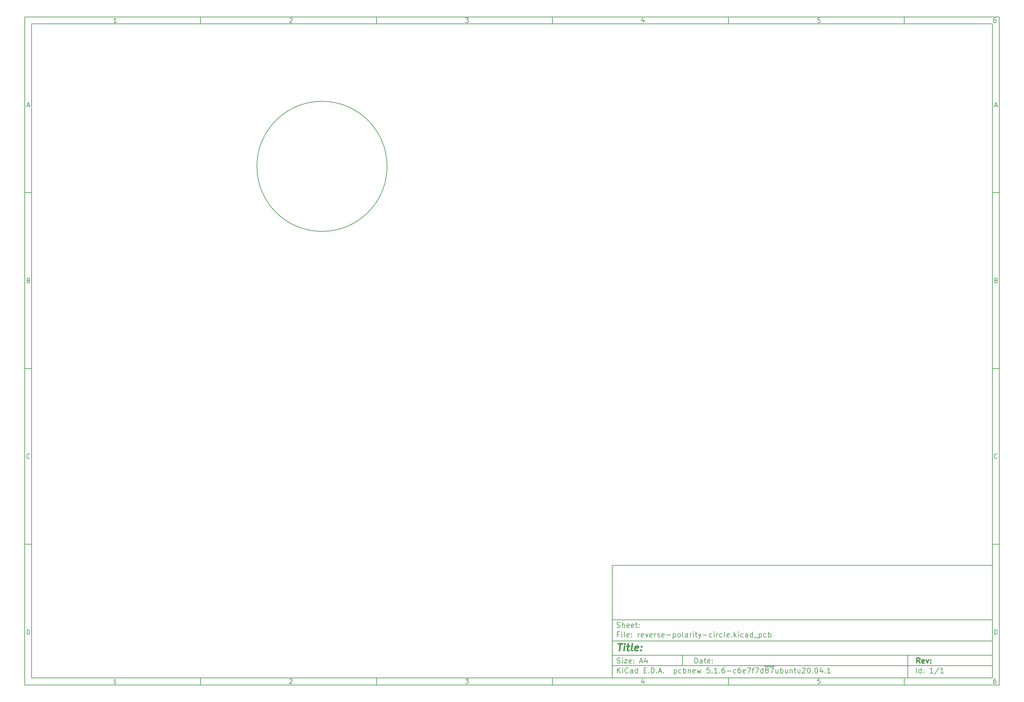
<source format=gbr>
G04 #@! TF.GenerationSoftware,KiCad,Pcbnew,5.1.6-c6e7f7d~87~ubuntu20.04.1*
G04 #@! TF.CreationDate,2020-08-14T09:14:16+02:00*
G04 #@! TF.ProjectId,reverse-polarity-circle,72657665-7273-4652-9d70-6f6c61726974,rev?*
G04 #@! TF.SameCoordinates,Original*
G04 #@! TF.FileFunction,Profile,NP*
%FSLAX46Y46*%
G04 Gerber Fmt 4.6, Leading zero omitted, Abs format (unit mm)*
G04 Created by KiCad (PCBNEW 5.1.6-c6e7f7d~87~ubuntu20.04.1) date 2020-08-14 09:14:16*
%MOMM*%
%LPD*%
G01*
G04 APERTURE LIST*
%ADD10C,0.100000*%
%ADD11C,0.150000*%
%ADD12C,0.300000*%
%ADD13C,0.400000*%
G04 #@! TA.AperFunction,Profile*
%ADD14C,0.200000*%
G04 #@! TD*
G04 APERTURE END LIST*
D10*
D11*
X177002200Y-166007200D02*
X177002200Y-198007200D01*
X285002200Y-198007200D01*
X285002200Y-166007200D01*
X177002200Y-166007200D01*
D10*
D11*
X10000000Y-10000000D02*
X10000000Y-200007200D01*
X287002200Y-200007200D01*
X287002200Y-10000000D01*
X10000000Y-10000000D01*
D10*
D11*
X12000000Y-12000000D02*
X12000000Y-198007200D01*
X285002200Y-198007200D01*
X285002200Y-12000000D01*
X12000000Y-12000000D01*
D10*
D11*
X60000000Y-12000000D02*
X60000000Y-10000000D01*
D10*
D11*
X110000000Y-12000000D02*
X110000000Y-10000000D01*
D10*
D11*
X160000000Y-12000000D02*
X160000000Y-10000000D01*
D10*
D11*
X210000000Y-12000000D02*
X210000000Y-10000000D01*
D10*
D11*
X260000000Y-12000000D02*
X260000000Y-10000000D01*
D10*
D11*
X36065476Y-11588095D02*
X35322619Y-11588095D01*
X35694047Y-11588095D02*
X35694047Y-10288095D01*
X35570238Y-10473809D01*
X35446428Y-10597619D01*
X35322619Y-10659523D01*
D10*
D11*
X85322619Y-10411904D02*
X85384523Y-10350000D01*
X85508333Y-10288095D01*
X85817857Y-10288095D01*
X85941666Y-10350000D01*
X86003571Y-10411904D01*
X86065476Y-10535714D01*
X86065476Y-10659523D01*
X86003571Y-10845238D01*
X85260714Y-11588095D01*
X86065476Y-11588095D01*
D10*
D11*
X135260714Y-10288095D02*
X136065476Y-10288095D01*
X135632142Y-10783333D01*
X135817857Y-10783333D01*
X135941666Y-10845238D01*
X136003571Y-10907142D01*
X136065476Y-11030952D01*
X136065476Y-11340476D01*
X136003571Y-11464285D01*
X135941666Y-11526190D01*
X135817857Y-11588095D01*
X135446428Y-11588095D01*
X135322619Y-11526190D01*
X135260714Y-11464285D01*
D10*
D11*
X185941666Y-10721428D02*
X185941666Y-11588095D01*
X185632142Y-10226190D02*
X185322619Y-11154761D01*
X186127380Y-11154761D01*
D10*
D11*
X236003571Y-10288095D02*
X235384523Y-10288095D01*
X235322619Y-10907142D01*
X235384523Y-10845238D01*
X235508333Y-10783333D01*
X235817857Y-10783333D01*
X235941666Y-10845238D01*
X236003571Y-10907142D01*
X236065476Y-11030952D01*
X236065476Y-11340476D01*
X236003571Y-11464285D01*
X235941666Y-11526190D01*
X235817857Y-11588095D01*
X235508333Y-11588095D01*
X235384523Y-11526190D01*
X235322619Y-11464285D01*
D10*
D11*
X285941666Y-10288095D02*
X285694047Y-10288095D01*
X285570238Y-10350000D01*
X285508333Y-10411904D01*
X285384523Y-10597619D01*
X285322619Y-10845238D01*
X285322619Y-11340476D01*
X285384523Y-11464285D01*
X285446428Y-11526190D01*
X285570238Y-11588095D01*
X285817857Y-11588095D01*
X285941666Y-11526190D01*
X286003571Y-11464285D01*
X286065476Y-11340476D01*
X286065476Y-11030952D01*
X286003571Y-10907142D01*
X285941666Y-10845238D01*
X285817857Y-10783333D01*
X285570238Y-10783333D01*
X285446428Y-10845238D01*
X285384523Y-10907142D01*
X285322619Y-11030952D01*
D10*
D11*
X60000000Y-198007200D02*
X60000000Y-200007200D01*
D10*
D11*
X110000000Y-198007200D02*
X110000000Y-200007200D01*
D10*
D11*
X160000000Y-198007200D02*
X160000000Y-200007200D01*
D10*
D11*
X210000000Y-198007200D02*
X210000000Y-200007200D01*
D10*
D11*
X260000000Y-198007200D02*
X260000000Y-200007200D01*
D10*
D11*
X36065476Y-199595295D02*
X35322619Y-199595295D01*
X35694047Y-199595295D02*
X35694047Y-198295295D01*
X35570238Y-198481009D01*
X35446428Y-198604819D01*
X35322619Y-198666723D01*
D10*
D11*
X85322619Y-198419104D02*
X85384523Y-198357200D01*
X85508333Y-198295295D01*
X85817857Y-198295295D01*
X85941666Y-198357200D01*
X86003571Y-198419104D01*
X86065476Y-198542914D01*
X86065476Y-198666723D01*
X86003571Y-198852438D01*
X85260714Y-199595295D01*
X86065476Y-199595295D01*
D10*
D11*
X135260714Y-198295295D02*
X136065476Y-198295295D01*
X135632142Y-198790533D01*
X135817857Y-198790533D01*
X135941666Y-198852438D01*
X136003571Y-198914342D01*
X136065476Y-199038152D01*
X136065476Y-199347676D01*
X136003571Y-199471485D01*
X135941666Y-199533390D01*
X135817857Y-199595295D01*
X135446428Y-199595295D01*
X135322619Y-199533390D01*
X135260714Y-199471485D01*
D10*
D11*
X185941666Y-198728628D02*
X185941666Y-199595295D01*
X185632142Y-198233390D02*
X185322619Y-199161961D01*
X186127380Y-199161961D01*
D10*
D11*
X236003571Y-198295295D02*
X235384523Y-198295295D01*
X235322619Y-198914342D01*
X235384523Y-198852438D01*
X235508333Y-198790533D01*
X235817857Y-198790533D01*
X235941666Y-198852438D01*
X236003571Y-198914342D01*
X236065476Y-199038152D01*
X236065476Y-199347676D01*
X236003571Y-199471485D01*
X235941666Y-199533390D01*
X235817857Y-199595295D01*
X235508333Y-199595295D01*
X235384523Y-199533390D01*
X235322619Y-199471485D01*
D10*
D11*
X285941666Y-198295295D02*
X285694047Y-198295295D01*
X285570238Y-198357200D01*
X285508333Y-198419104D01*
X285384523Y-198604819D01*
X285322619Y-198852438D01*
X285322619Y-199347676D01*
X285384523Y-199471485D01*
X285446428Y-199533390D01*
X285570238Y-199595295D01*
X285817857Y-199595295D01*
X285941666Y-199533390D01*
X286003571Y-199471485D01*
X286065476Y-199347676D01*
X286065476Y-199038152D01*
X286003571Y-198914342D01*
X285941666Y-198852438D01*
X285817857Y-198790533D01*
X285570238Y-198790533D01*
X285446428Y-198852438D01*
X285384523Y-198914342D01*
X285322619Y-199038152D01*
D10*
D11*
X10000000Y-60000000D02*
X12000000Y-60000000D01*
D10*
D11*
X10000000Y-110000000D02*
X12000000Y-110000000D01*
D10*
D11*
X10000000Y-160000000D02*
X12000000Y-160000000D01*
D10*
D11*
X10690476Y-35216666D02*
X11309523Y-35216666D01*
X10566666Y-35588095D02*
X11000000Y-34288095D01*
X11433333Y-35588095D01*
D10*
D11*
X11092857Y-84907142D02*
X11278571Y-84969047D01*
X11340476Y-85030952D01*
X11402380Y-85154761D01*
X11402380Y-85340476D01*
X11340476Y-85464285D01*
X11278571Y-85526190D01*
X11154761Y-85588095D01*
X10659523Y-85588095D01*
X10659523Y-84288095D01*
X11092857Y-84288095D01*
X11216666Y-84350000D01*
X11278571Y-84411904D01*
X11340476Y-84535714D01*
X11340476Y-84659523D01*
X11278571Y-84783333D01*
X11216666Y-84845238D01*
X11092857Y-84907142D01*
X10659523Y-84907142D01*
D10*
D11*
X11402380Y-135464285D02*
X11340476Y-135526190D01*
X11154761Y-135588095D01*
X11030952Y-135588095D01*
X10845238Y-135526190D01*
X10721428Y-135402380D01*
X10659523Y-135278571D01*
X10597619Y-135030952D01*
X10597619Y-134845238D01*
X10659523Y-134597619D01*
X10721428Y-134473809D01*
X10845238Y-134350000D01*
X11030952Y-134288095D01*
X11154761Y-134288095D01*
X11340476Y-134350000D01*
X11402380Y-134411904D01*
D10*
D11*
X10659523Y-185588095D02*
X10659523Y-184288095D01*
X10969047Y-184288095D01*
X11154761Y-184350000D01*
X11278571Y-184473809D01*
X11340476Y-184597619D01*
X11402380Y-184845238D01*
X11402380Y-185030952D01*
X11340476Y-185278571D01*
X11278571Y-185402380D01*
X11154761Y-185526190D01*
X10969047Y-185588095D01*
X10659523Y-185588095D01*
D10*
D11*
X287002200Y-60000000D02*
X285002200Y-60000000D01*
D10*
D11*
X287002200Y-110000000D02*
X285002200Y-110000000D01*
D10*
D11*
X287002200Y-160000000D02*
X285002200Y-160000000D01*
D10*
D11*
X285692676Y-35216666D02*
X286311723Y-35216666D01*
X285568866Y-35588095D02*
X286002200Y-34288095D01*
X286435533Y-35588095D01*
D10*
D11*
X286095057Y-84907142D02*
X286280771Y-84969047D01*
X286342676Y-85030952D01*
X286404580Y-85154761D01*
X286404580Y-85340476D01*
X286342676Y-85464285D01*
X286280771Y-85526190D01*
X286156961Y-85588095D01*
X285661723Y-85588095D01*
X285661723Y-84288095D01*
X286095057Y-84288095D01*
X286218866Y-84350000D01*
X286280771Y-84411904D01*
X286342676Y-84535714D01*
X286342676Y-84659523D01*
X286280771Y-84783333D01*
X286218866Y-84845238D01*
X286095057Y-84907142D01*
X285661723Y-84907142D01*
D10*
D11*
X286404580Y-135464285D02*
X286342676Y-135526190D01*
X286156961Y-135588095D01*
X286033152Y-135588095D01*
X285847438Y-135526190D01*
X285723628Y-135402380D01*
X285661723Y-135278571D01*
X285599819Y-135030952D01*
X285599819Y-134845238D01*
X285661723Y-134597619D01*
X285723628Y-134473809D01*
X285847438Y-134350000D01*
X286033152Y-134288095D01*
X286156961Y-134288095D01*
X286342676Y-134350000D01*
X286404580Y-134411904D01*
D10*
D11*
X285661723Y-185588095D02*
X285661723Y-184288095D01*
X285971247Y-184288095D01*
X286156961Y-184350000D01*
X286280771Y-184473809D01*
X286342676Y-184597619D01*
X286404580Y-184845238D01*
X286404580Y-185030952D01*
X286342676Y-185278571D01*
X286280771Y-185402380D01*
X286156961Y-185526190D01*
X285971247Y-185588095D01*
X285661723Y-185588095D01*
D10*
D11*
X200434342Y-193785771D02*
X200434342Y-192285771D01*
X200791485Y-192285771D01*
X201005771Y-192357200D01*
X201148628Y-192500057D01*
X201220057Y-192642914D01*
X201291485Y-192928628D01*
X201291485Y-193142914D01*
X201220057Y-193428628D01*
X201148628Y-193571485D01*
X201005771Y-193714342D01*
X200791485Y-193785771D01*
X200434342Y-193785771D01*
X202577200Y-193785771D02*
X202577200Y-193000057D01*
X202505771Y-192857200D01*
X202362914Y-192785771D01*
X202077200Y-192785771D01*
X201934342Y-192857200D01*
X202577200Y-193714342D02*
X202434342Y-193785771D01*
X202077200Y-193785771D01*
X201934342Y-193714342D01*
X201862914Y-193571485D01*
X201862914Y-193428628D01*
X201934342Y-193285771D01*
X202077200Y-193214342D01*
X202434342Y-193214342D01*
X202577200Y-193142914D01*
X203077200Y-192785771D02*
X203648628Y-192785771D01*
X203291485Y-192285771D02*
X203291485Y-193571485D01*
X203362914Y-193714342D01*
X203505771Y-193785771D01*
X203648628Y-193785771D01*
X204720057Y-193714342D02*
X204577200Y-193785771D01*
X204291485Y-193785771D01*
X204148628Y-193714342D01*
X204077200Y-193571485D01*
X204077200Y-193000057D01*
X204148628Y-192857200D01*
X204291485Y-192785771D01*
X204577200Y-192785771D01*
X204720057Y-192857200D01*
X204791485Y-193000057D01*
X204791485Y-193142914D01*
X204077200Y-193285771D01*
X205434342Y-193642914D02*
X205505771Y-193714342D01*
X205434342Y-193785771D01*
X205362914Y-193714342D01*
X205434342Y-193642914D01*
X205434342Y-193785771D01*
X205434342Y-192857200D02*
X205505771Y-192928628D01*
X205434342Y-193000057D01*
X205362914Y-192928628D01*
X205434342Y-192857200D01*
X205434342Y-193000057D01*
D10*
D11*
X177002200Y-194507200D02*
X285002200Y-194507200D01*
D10*
D11*
X178434342Y-196585771D02*
X178434342Y-195085771D01*
X179291485Y-196585771D02*
X178648628Y-195728628D01*
X179291485Y-195085771D02*
X178434342Y-195942914D01*
X179934342Y-196585771D02*
X179934342Y-195585771D01*
X179934342Y-195085771D02*
X179862914Y-195157200D01*
X179934342Y-195228628D01*
X180005771Y-195157200D01*
X179934342Y-195085771D01*
X179934342Y-195228628D01*
X181505771Y-196442914D02*
X181434342Y-196514342D01*
X181220057Y-196585771D01*
X181077200Y-196585771D01*
X180862914Y-196514342D01*
X180720057Y-196371485D01*
X180648628Y-196228628D01*
X180577200Y-195942914D01*
X180577200Y-195728628D01*
X180648628Y-195442914D01*
X180720057Y-195300057D01*
X180862914Y-195157200D01*
X181077200Y-195085771D01*
X181220057Y-195085771D01*
X181434342Y-195157200D01*
X181505771Y-195228628D01*
X182791485Y-196585771D02*
X182791485Y-195800057D01*
X182720057Y-195657200D01*
X182577200Y-195585771D01*
X182291485Y-195585771D01*
X182148628Y-195657200D01*
X182791485Y-196514342D02*
X182648628Y-196585771D01*
X182291485Y-196585771D01*
X182148628Y-196514342D01*
X182077200Y-196371485D01*
X182077200Y-196228628D01*
X182148628Y-196085771D01*
X182291485Y-196014342D01*
X182648628Y-196014342D01*
X182791485Y-195942914D01*
X184148628Y-196585771D02*
X184148628Y-195085771D01*
X184148628Y-196514342D02*
X184005771Y-196585771D01*
X183720057Y-196585771D01*
X183577200Y-196514342D01*
X183505771Y-196442914D01*
X183434342Y-196300057D01*
X183434342Y-195871485D01*
X183505771Y-195728628D01*
X183577200Y-195657200D01*
X183720057Y-195585771D01*
X184005771Y-195585771D01*
X184148628Y-195657200D01*
X186005771Y-195800057D02*
X186505771Y-195800057D01*
X186720057Y-196585771D02*
X186005771Y-196585771D01*
X186005771Y-195085771D01*
X186720057Y-195085771D01*
X187362914Y-196442914D02*
X187434342Y-196514342D01*
X187362914Y-196585771D01*
X187291485Y-196514342D01*
X187362914Y-196442914D01*
X187362914Y-196585771D01*
X188077200Y-196585771D02*
X188077200Y-195085771D01*
X188434342Y-195085771D01*
X188648628Y-195157200D01*
X188791485Y-195300057D01*
X188862914Y-195442914D01*
X188934342Y-195728628D01*
X188934342Y-195942914D01*
X188862914Y-196228628D01*
X188791485Y-196371485D01*
X188648628Y-196514342D01*
X188434342Y-196585771D01*
X188077200Y-196585771D01*
X189577200Y-196442914D02*
X189648628Y-196514342D01*
X189577200Y-196585771D01*
X189505771Y-196514342D01*
X189577200Y-196442914D01*
X189577200Y-196585771D01*
X190220057Y-196157200D02*
X190934342Y-196157200D01*
X190077200Y-196585771D02*
X190577200Y-195085771D01*
X191077200Y-196585771D01*
X191577200Y-196442914D02*
X191648628Y-196514342D01*
X191577200Y-196585771D01*
X191505771Y-196514342D01*
X191577200Y-196442914D01*
X191577200Y-196585771D01*
X194577200Y-195585771D02*
X194577200Y-197085771D01*
X194577200Y-195657200D02*
X194720057Y-195585771D01*
X195005771Y-195585771D01*
X195148628Y-195657200D01*
X195220057Y-195728628D01*
X195291485Y-195871485D01*
X195291485Y-196300057D01*
X195220057Y-196442914D01*
X195148628Y-196514342D01*
X195005771Y-196585771D01*
X194720057Y-196585771D01*
X194577200Y-196514342D01*
X196577200Y-196514342D02*
X196434342Y-196585771D01*
X196148628Y-196585771D01*
X196005771Y-196514342D01*
X195934342Y-196442914D01*
X195862914Y-196300057D01*
X195862914Y-195871485D01*
X195934342Y-195728628D01*
X196005771Y-195657200D01*
X196148628Y-195585771D01*
X196434342Y-195585771D01*
X196577200Y-195657200D01*
X197220057Y-196585771D02*
X197220057Y-195085771D01*
X197220057Y-195657200D02*
X197362914Y-195585771D01*
X197648628Y-195585771D01*
X197791485Y-195657200D01*
X197862914Y-195728628D01*
X197934342Y-195871485D01*
X197934342Y-196300057D01*
X197862914Y-196442914D01*
X197791485Y-196514342D01*
X197648628Y-196585771D01*
X197362914Y-196585771D01*
X197220057Y-196514342D01*
X198577200Y-195585771D02*
X198577200Y-196585771D01*
X198577200Y-195728628D02*
X198648628Y-195657200D01*
X198791485Y-195585771D01*
X199005771Y-195585771D01*
X199148628Y-195657200D01*
X199220057Y-195800057D01*
X199220057Y-196585771D01*
X200505771Y-196514342D02*
X200362914Y-196585771D01*
X200077200Y-196585771D01*
X199934342Y-196514342D01*
X199862914Y-196371485D01*
X199862914Y-195800057D01*
X199934342Y-195657200D01*
X200077200Y-195585771D01*
X200362914Y-195585771D01*
X200505771Y-195657200D01*
X200577200Y-195800057D01*
X200577200Y-195942914D01*
X199862914Y-196085771D01*
X201077200Y-195585771D02*
X201362914Y-196585771D01*
X201648628Y-195871485D01*
X201934342Y-196585771D01*
X202220057Y-195585771D01*
X204648628Y-195085771D02*
X203934342Y-195085771D01*
X203862914Y-195800057D01*
X203934342Y-195728628D01*
X204077200Y-195657200D01*
X204434342Y-195657200D01*
X204577200Y-195728628D01*
X204648628Y-195800057D01*
X204720057Y-195942914D01*
X204720057Y-196300057D01*
X204648628Y-196442914D01*
X204577200Y-196514342D01*
X204434342Y-196585771D01*
X204077200Y-196585771D01*
X203934342Y-196514342D01*
X203862914Y-196442914D01*
X205362914Y-196442914D02*
X205434342Y-196514342D01*
X205362914Y-196585771D01*
X205291485Y-196514342D01*
X205362914Y-196442914D01*
X205362914Y-196585771D01*
X206862914Y-196585771D02*
X206005771Y-196585771D01*
X206434342Y-196585771D02*
X206434342Y-195085771D01*
X206291485Y-195300057D01*
X206148628Y-195442914D01*
X206005771Y-195514342D01*
X207505771Y-196442914D02*
X207577200Y-196514342D01*
X207505771Y-196585771D01*
X207434342Y-196514342D01*
X207505771Y-196442914D01*
X207505771Y-196585771D01*
X208862914Y-195085771D02*
X208577200Y-195085771D01*
X208434342Y-195157200D01*
X208362914Y-195228628D01*
X208220057Y-195442914D01*
X208148628Y-195728628D01*
X208148628Y-196300057D01*
X208220057Y-196442914D01*
X208291485Y-196514342D01*
X208434342Y-196585771D01*
X208720057Y-196585771D01*
X208862914Y-196514342D01*
X208934342Y-196442914D01*
X209005771Y-196300057D01*
X209005771Y-195942914D01*
X208934342Y-195800057D01*
X208862914Y-195728628D01*
X208720057Y-195657200D01*
X208434342Y-195657200D01*
X208291485Y-195728628D01*
X208220057Y-195800057D01*
X208148628Y-195942914D01*
X209648628Y-196014342D02*
X210791485Y-196014342D01*
X212148628Y-196514342D02*
X212005771Y-196585771D01*
X211720057Y-196585771D01*
X211577200Y-196514342D01*
X211505771Y-196442914D01*
X211434342Y-196300057D01*
X211434342Y-195871485D01*
X211505771Y-195728628D01*
X211577200Y-195657200D01*
X211720057Y-195585771D01*
X212005771Y-195585771D01*
X212148628Y-195657200D01*
X213434342Y-195085771D02*
X213148628Y-195085771D01*
X213005771Y-195157200D01*
X212934342Y-195228628D01*
X212791485Y-195442914D01*
X212720057Y-195728628D01*
X212720057Y-196300057D01*
X212791485Y-196442914D01*
X212862914Y-196514342D01*
X213005771Y-196585771D01*
X213291485Y-196585771D01*
X213434342Y-196514342D01*
X213505771Y-196442914D01*
X213577200Y-196300057D01*
X213577200Y-195942914D01*
X213505771Y-195800057D01*
X213434342Y-195728628D01*
X213291485Y-195657200D01*
X213005771Y-195657200D01*
X212862914Y-195728628D01*
X212791485Y-195800057D01*
X212720057Y-195942914D01*
X214791485Y-196514342D02*
X214648628Y-196585771D01*
X214362914Y-196585771D01*
X214220057Y-196514342D01*
X214148628Y-196371485D01*
X214148628Y-195800057D01*
X214220057Y-195657200D01*
X214362914Y-195585771D01*
X214648628Y-195585771D01*
X214791485Y-195657200D01*
X214862914Y-195800057D01*
X214862914Y-195942914D01*
X214148628Y-196085771D01*
X215362914Y-195085771D02*
X216362914Y-195085771D01*
X215720057Y-196585771D01*
X216720057Y-195585771D02*
X217291485Y-195585771D01*
X216934342Y-196585771D02*
X216934342Y-195300057D01*
X217005771Y-195157200D01*
X217148628Y-195085771D01*
X217291485Y-195085771D01*
X217648628Y-195085771D02*
X218648628Y-195085771D01*
X218005771Y-196585771D01*
X219862914Y-196585771D02*
X219862914Y-195085771D01*
X219862914Y-196514342D02*
X219720057Y-196585771D01*
X219434342Y-196585771D01*
X219291485Y-196514342D01*
X219220057Y-196442914D01*
X219148628Y-196300057D01*
X219148628Y-195871485D01*
X219220057Y-195728628D01*
X219291485Y-195657200D01*
X219434342Y-195585771D01*
X219720057Y-195585771D01*
X219862914Y-195657200D01*
X220220057Y-194677200D02*
X221648628Y-194677200D01*
X220791485Y-195728628D02*
X220648628Y-195657200D01*
X220577200Y-195585771D01*
X220505771Y-195442914D01*
X220505771Y-195371485D01*
X220577200Y-195228628D01*
X220648628Y-195157200D01*
X220791485Y-195085771D01*
X221077200Y-195085771D01*
X221220057Y-195157200D01*
X221291485Y-195228628D01*
X221362914Y-195371485D01*
X221362914Y-195442914D01*
X221291485Y-195585771D01*
X221220057Y-195657200D01*
X221077200Y-195728628D01*
X220791485Y-195728628D01*
X220648628Y-195800057D01*
X220577200Y-195871485D01*
X220505771Y-196014342D01*
X220505771Y-196300057D01*
X220577200Y-196442914D01*
X220648628Y-196514342D01*
X220791485Y-196585771D01*
X221077200Y-196585771D01*
X221220057Y-196514342D01*
X221291485Y-196442914D01*
X221362914Y-196300057D01*
X221362914Y-196014342D01*
X221291485Y-195871485D01*
X221220057Y-195800057D01*
X221077200Y-195728628D01*
X221648628Y-194677200D02*
X223077200Y-194677200D01*
X221862914Y-195085771D02*
X222862914Y-195085771D01*
X222220057Y-196585771D01*
X224077200Y-195585771D02*
X224077200Y-196585771D01*
X223434342Y-195585771D02*
X223434342Y-196371485D01*
X223505771Y-196514342D01*
X223648628Y-196585771D01*
X223862914Y-196585771D01*
X224005771Y-196514342D01*
X224077200Y-196442914D01*
X224791485Y-196585771D02*
X224791485Y-195085771D01*
X224791485Y-195657200D02*
X224934342Y-195585771D01*
X225220057Y-195585771D01*
X225362914Y-195657200D01*
X225434342Y-195728628D01*
X225505771Y-195871485D01*
X225505771Y-196300057D01*
X225434342Y-196442914D01*
X225362914Y-196514342D01*
X225220057Y-196585771D01*
X224934342Y-196585771D01*
X224791485Y-196514342D01*
X226791485Y-195585771D02*
X226791485Y-196585771D01*
X226148628Y-195585771D02*
X226148628Y-196371485D01*
X226220057Y-196514342D01*
X226362914Y-196585771D01*
X226577200Y-196585771D01*
X226720057Y-196514342D01*
X226791485Y-196442914D01*
X227505771Y-195585771D02*
X227505771Y-196585771D01*
X227505771Y-195728628D02*
X227577200Y-195657200D01*
X227720057Y-195585771D01*
X227934342Y-195585771D01*
X228077200Y-195657200D01*
X228148628Y-195800057D01*
X228148628Y-196585771D01*
X228648628Y-195585771D02*
X229220057Y-195585771D01*
X228862914Y-195085771D02*
X228862914Y-196371485D01*
X228934342Y-196514342D01*
X229077200Y-196585771D01*
X229220057Y-196585771D01*
X230362914Y-195585771D02*
X230362914Y-196585771D01*
X229720057Y-195585771D02*
X229720057Y-196371485D01*
X229791485Y-196514342D01*
X229934342Y-196585771D01*
X230148628Y-196585771D01*
X230291485Y-196514342D01*
X230362914Y-196442914D01*
X231005771Y-195228628D02*
X231077200Y-195157200D01*
X231220057Y-195085771D01*
X231577200Y-195085771D01*
X231720057Y-195157200D01*
X231791485Y-195228628D01*
X231862914Y-195371485D01*
X231862914Y-195514342D01*
X231791485Y-195728628D01*
X230934342Y-196585771D01*
X231862914Y-196585771D01*
X232791485Y-195085771D02*
X232934342Y-195085771D01*
X233077200Y-195157200D01*
X233148628Y-195228628D01*
X233220057Y-195371485D01*
X233291485Y-195657200D01*
X233291485Y-196014342D01*
X233220057Y-196300057D01*
X233148628Y-196442914D01*
X233077200Y-196514342D01*
X232934342Y-196585771D01*
X232791485Y-196585771D01*
X232648628Y-196514342D01*
X232577200Y-196442914D01*
X232505771Y-196300057D01*
X232434342Y-196014342D01*
X232434342Y-195657200D01*
X232505771Y-195371485D01*
X232577200Y-195228628D01*
X232648628Y-195157200D01*
X232791485Y-195085771D01*
X233934342Y-196442914D02*
X234005771Y-196514342D01*
X233934342Y-196585771D01*
X233862914Y-196514342D01*
X233934342Y-196442914D01*
X233934342Y-196585771D01*
X234934342Y-195085771D02*
X235077200Y-195085771D01*
X235220057Y-195157200D01*
X235291485Y-195228628D01*
X235362914Y-195371485D01*
X235434342Y-195657200D01*
X235434342Y-196014342D01*
X235362914Y-196300057D01*
X235291485Y-196442914D01*
X235220057Y-196514342D01*
X235077200Y-196585771D01*
X234934342Y-196585771D01*
X234791485Y-196514342D01*
X234720057Y-196442914D01*
X234648628Y-196300057D01*
X234577200Y-196014342D01*
X234577200Y-195657200D01*
X234648628Y-195371485D01*
X234720057Y-195228628D01*
X234791485Y-195157200D01*
X234934342Y-195085771D01*
X236720057Y-195585771D02*
X236720057Y-196585771D01*
X236362914Y-195014342D02*
X236005771Y-196085771D01*
X236934342Y-196085771D01*
X237505771Y-196442914D02*
X237577199Y-196514342D01*
X237505771Y-196585771D01*
X237434342Y-196514342D01*
X237505771Y-196442914D01*
X237505771Y-196585771D01*
X239005771Y-196585771D02*
X238148628Y-196585771D01*
X238577200Y-196585771D02*
X238577200Y-195085771D01*
X238434342Y-195300057D01*
X238291485Y-195442914D01*
X238148628Y-195514342D01*
D10*
D11*
X177002200Y-191507200D02*
X285002200Y-191507200D01*
D10*
D12*
X264411485Y-193785771D02*
X263911485Y-193071485D01*
X263554342Y-193785771D02*
X263554342Y-192285771D01*
X264125771Y-192285771D01*
X264268628Y-192357200D01*
X264340057Y-192428628D01*
X264411485Y-192571485D01*
X264411485Y-192785771D01*
X264340057Y-192928628D01*
X264268628Y-193000057D01*
X264125771Y-193071485D01*
X263554342Y-193071485D01*
X265625771Y-193714342D02*
X265482914Y-193785771D01*
X265197200Y-193785771D01*
X265054342Y-193714342D01*
X264982914Y-193571485D01*
X264982914Y-193000057D01*
X265054342Y-192857200D01*
X265197200Y-192785771D01*
X265482914Y-192785771D01*
X265625771Y-192857200D01*
X265697200Y-193000057D01*
X265697200Y-193142914D01*
X264982914Y-193285771D01*
X266197200Y-192785771D02*
X266554342Y-193785771D01*
X266911485Y-192785771D01*
X267482914Y-193642914D02*
X267554342Y-193714342D01*
X267482914Y-193785771D01*
X267411485Y-193714342D01*
X267482914Y-193642914D01*
X267482914Y-193785771D01*
X267482914Y-192857200D02*
X267554342Y-192928628D01*
X267482914Y-193000057D01*
X267411485Y-192928628D01*
X267482914Y-192857200D01*
X267482914Y-193000057D01*
D10*
D11*
X178362914Y-193714342D02*
X178577200Y-193785771D01*
X178934342Y-193785771D01*
X179077200Y-193714342D01*
X179148628Y-193642914D01*
X179220057Y-193500057D01*
X179220057Y-193357200D01*
X179148628Y-193214342D01*
X179077200Y-193142914D01*
X178934342Y-193071485D01*
X178648628Y-193000057D01*
X178505771Y-192928628D01*
X178434342Y-192857200D01*
X178362914Y-192714342D01*
X178362914Y-192571485D01*
X178434342Y-192428628D01*
X178505771Y-192357200D01*
X178648628Y-192285771D01*
X179005771Y-192285771D01*
X179220057Y-192357200D01*
X179862914Y-193785771D02*
X179862914Y-192785771D01*
X179862914Y-192285771D02*
X179791485Y-192357200D01*
X179862914Y-192428628D01*
X179934342Y-192357200D01*
X179862914Y-192285771D01*
X179862914Y-192428628D01*
X180434342Y-192785771D02*
X181220057Y-192785771D01*
X180434342Y-193785771D01*
X181220057Y-193785771D01*
X182362914Y-193714342D02*
X182220057Y-193785771D01*
X181934342Y-193785771D01*
X181791485Y-193714342D01*
X181720057Y-193571485D01*
X181720057Y-193000057D01*
X181791485Y-192857200D01*
X181934342Y-192785771D01*
X182220057Y-192785771D01*
X182362914Y-192857200D01*
X182434342Y-193000057D01*
X182434342Y-193142914D01*
X181720057Y-193285771D01*
X183077200Y-193642914D02*
X183148628Y-193714342D01*
X183077200Y-193785771D01*
X183005771Y-193714342D01*
X183077200Y-193642914D01*
X183077200Y-193785771D01*
X183077200Y-192857200D02*
X183148628Y-192928628D01*
X183077200Y-193000057D01*
X183005771Y-192928628D01*
X183077200Y-192857200D01*
X183077200Y-193000057D01*
X184862914Y-193357200D02*
X185577200Y-193357200D01*
X184720057Y-193785771D02*
X185220057Y-192285771D01*
X185720057Y-193785771D01*
X186862914Y-192785771D02*
X186862914Y-193785771D01*
X186505771Y-192214342D02*
X186148628Y-193285771D01*
X187077200Y-193285771D01*
D10*
D11*
X263434342Y-196585771D02*
X263434342Y-195085771D01*
X264791485Y-196585771D02*
X264791485Y-195085771D01*
X264791485Y-196514342D02*
X264648628Y-196585771D01*
X264362914Y-196585771D01*
X264220057Y-196514342D01*
X264148628Y-196442914D01*
X264077200Y-196300057D01*
X264077200Y-195871485D01*
X264148628Y-195728628D01*
X264220057Y-195657200D01*
X264362914Y-195585771D01*
X264648628Y-195585771D01*
X264791485Y-195657200D01*
X265505771Y-196442914D02*
X265577200Y-196514342D01*
X265505771Y-196585771D01*
X265434342Y-196514342D01*
X265505771Y-196442914D01*
X265505771Y-196585771D01*
X265505771Y-195657200D02*
X265577200Y-195728628D01*
X265505771Y-195800057D01*
X265434342Y-195728628D01*
X265505771Y-195657200D01*
X265505771Y-195800057D01*
X268148628Y-196585771D02*
X267291485Y-196585771D01*
X267720057Y-196585771D02*
X267720057Y-195085771D01*
X267577200Y-195300057D01*
X267434342Y-195442914D01*
X267291485Y-195514342D01*
X269862914Y-195014342D02*
X268577200Y-196942914D01*
X271148628Y-196585771D02*
X270291485Y-196585771D01*
X270720057Y-196585771D02*
X270720057Y-195085771D01*
X270577200Y-195300057D01*
X270434342Y-195442914D01*
X270291485Y-195514342D01*
D10*
D11*
X177002200Y-187507200D02*
X285002200Y-187507200D01*
D10*
D13*
X178714580Y-188211961D02*
X179857438Y-188211961D01*
X179036009Y-190211961D02*
X179286009Y-188211961D01*
X180274104Y-190211961D02*
X180440771Y-188878628D01*
X180524104Y-188211961D02*
X180416961Y-188307200D01*
X180500295Y-188402438D01*
X180607438Y-188307200D01*
X180524104Y-188211961D01*
X180500295Y-188402438D01*
X181107438Y-188878628D02*
X181869342Y-188878628D01*
X181476485Y-188211961D02*
X181262200Y-189926247D01*
X181333628Y-190116723D01*
X181512200Y-190211961D01*
X181702676Y-190211961D01*
X182655057Y-190211961D02*
X182476485Y-190116723D01*
X182405057Y-189926247D01*
X182619342Y-188211961D01*
X184190771Y-190116723D02*
X183988390Y-190211961D01*
X183607438Y-190211961D01*
X183428866Y-190116723D01*
X183357438Y-189926247D01*
X183452676Y-189164342D01*
X183571723Y-188973866D01*
X183774104Y-188878628D01*
X184155057Y-188878628D01*
X184333628Y-188973866D01*
X184405057Y-189164342D01*
X184381247Y-189354819D01*
X183405057Y-189545295D01*
X185155057Y-190021485D02*
X185238390Y-190116723D01*
X185131247Y-190211961D01*
X185047914Y-190116723D01*
X185155057Y-190021485D01*
X185131247Y-190211961D01*
X185286009Y-188973866D02*
X185369342Y-189069104D01*
X185262200Y-189164342D01*
X185178866Y-189069104D01*
X185286009Y-188973866D01*
X185262200Y-189164342D01*
D10*
D11*
X178934342Y-185600057D02*
X178434342Y-185600057D01*
X178434342Y-186385771D02*
X178434342Y-184885771D01*
X179148628Y-184885771D01*
X179720057Y-186385771D02*
X179720057Y-185385771D01*
X179720057Y-184885771D02*
X179648628Y-184957200D01*
X179720057Y-185028628D01*
X179791485Y-184957200D01*
X179720057Y-184885771D01*
X179720057Y-185028628D01*
X180648628Y-186385771D02*
X180505771Y-186314342D01*
X180434342Y-186171485D01*
X180434342Y-184885771D01*
X181791485Y-186314342D02*
X181648628Y-186385771D01*
X181362914Y-186385771D01*
X181220057Y-186314342D01*
X181148628Y-186171485D01*
X181148628Y-185600057D01*
X181220057Y-185457200D01*
X181362914Y-185385771D01*
X181648628Y-185385771D01*
X181791485Y-185457200D01*
X181862914Y-185600057D01*
X181862914Y-185742914D01*
X181148628Y-185885771D01*
X182505771Y-186242914D02*
X182577200Y-186314342D01*
X182505771Y-186385771D01*
X182434342Y-186314342D01*
X182505771Y-186242914D01*
X182505771Y-186385771D01*
X182505771Y-185457200D02*
X182577200Y-185528628D01*
X182505771Y-185600057D01*
X182434342Y-185528628D01*
X182505771Y-185457200D01*
X182505771Y-185600057D01*
X184362914Y-186385771D02*
X184362914Y-185385771D01*
X184362914Y-185671485D02*
X184434342Y-185528628D01*
X184505771Y-185457200D01*
X184648628Y-185385771D01*
X184791485Y-185385771D01*
X185862914Y-186314342D02*
X185720057Y-186385771D01*
X185434342Y-186385771D01*
X185291485Y-186314342D01*
X185220057Y-186171485D01*
X185220057Y-185600057D01*
X185291485Y-185457200D01*
X185434342Y-185385771D01*
X185720057Y-185385771D01*
X185862914Y-185457200D01*
X185934342Y-185600057D01*
X185934342Y-185742914D01*
X185220057Y-185885771D01*
X186434342Y-185385771D02*
X186791485Y-186385771D01*
X187148628Y-185385771D01*
X188291485Y-186314342D02*
X188148628Y-186385771D01*
X187862914Y-186385771D01*
X187720057Y-186314342D01*
X187648628Y-186171485D01*
X187648628Y-185600057D01*
X187720057Y-185457200D01*
X187862914Y-185385771D01*
X188148628Y-185385771D01*
X188291485Y-185457200D01*
X188362914Y-185600057D01*
X188362914Y-185742914D01*
X187648628Y-185885771D01*
X189005771Y-186385771D02*
X189005771Y-185385771D01*
X189005771Y-185671485D02*
X189077200Y-185528628D01*
X189148628Y-185457200D01*
X189291485Y-185385771D01*
X189434342Y-185385771D01*
X189862914Y-186314342D02*
X190005771Y-186385771D01*
X190291485Y-186385771D01*
X190434342Y-186314342D01*
X190505771Y-186171485D01*
X190505771Y-186100057D01*
X190434342Y-185957200D01*
X190291485Y-185885771D01*
X190077200Y-185885771D01*
X189934342Y-185814342D01*
X189862914Y-185671485D01*
X189862914Y-185600057D01*
X189934342Y-185457200D01*
X190077200Y-185385771D01*
X190291485Y-185385771D01*
X190434342Y-185457200D01*
X191720057Y-186314342D02*
X191577200Y-186385771D01*
X191291485Y-186385771D01*
X191148628Y-186314342D01*
X191077200Y-186171485D01*
X191077200Y-185600057D01*
X191148628Y-185457200D01*
X191291485Y-185385771D01*
X191577200Y-185385771D01*
X191720057Y-185457200D01*
X191791485Y-185600057D01*
X191791485Y-185742914D01*
X191077200Y-185885771D01*
X192434342Y-185814342D02*
X193577200Y-185814342D01*
X194291485Y-185385771D02*
X194291485Y-186885771D01*
X194291485Y-185457200D02*
X194434342Y-185385771D01*
X194720057Y-185385771D01*
X194862914Y-185457200D01*
X194934342Y-185528628D01*
X195005771Y-185671485D01*
X195005771Y-186100057D01*
X194934342Y-186242914D01*
X194862914Y-186314342D01*
X194720057Y-186385771D01*
X194434342Y-186385771D01*
X194291485Y-186314342D01*
X195862914Y-186385771D02*
X195720057Y-186314342D01*
X195648628Y-186242914D01*
X195577200Y-186100057D01*
X195577200Y-185671485D01*
X195648628Y-185528628D01*
X195720057Y-185457200D01*
X195862914Y-185385771D01*
X196077200Y-185385771D01*
X196220057Y-185457200D01*
X196291485Y-185528628D01*
X196362914Y-185671485D01*
X196362914Y-186100057D01*
X196291485Y-186242914D01*
X196220057Y-186314342D01*
X196077200Y-186385771D01*
X195862914Y-186385771D01*
X197220057Y-186385771D02*
X197077200Y-186314342D01*
X197005771Y-186171485D01*
X197005771Y-184885771D01*
X198434342Y-186385771D02*
X198434342Y-185600057D01*
X198362914Y-185457200D01*
X198220057Y-185385771D01*
X197934342Y-185385771D01*
X197791485Y-185457200D01*
X198434342Y-186314342D02*
X198291485Y-186385771D01*
X197934342Y-186385771D01*
X197791485Y-186314342D01*
X197720057Y-186171485D01*
X197720057Y-186028628D01*
X197791485Y-185885771D01*
X197934342Y-185814342D01*
X198291485Y-185814342D01*
X198434342Y-185742914D01*
X199148628Y-186385771D02*
X199148628Y-185385771D01*
X199148628Y-185671485D02*
X199220057Y-185528628D01*
X199291485Y-185457200D01*
X199434342Y-185385771D01*
X199577200Y-185385771D01*
X200077200Y-186385771D02*
X200077200Y-185385771D01*
X200077200Y-184885771D02*
X200005771Y-184957200D01*
X200077200Y-185028628D01*
X200148628Y-184957200D01*
X200077200Y-184885771D01*
X200077200Y-185028628D01*
X200577200Y-185385771D02*
X201148628Y-185385771D01*
X200791485Y-184885771D02*
X200791485Y-186171485D01*
X200862914Y-186314342D01*
X201005771Y-186385771D01*
X201148628Y-186385771D01*
X201505771Y-185385771D02*
X201862914Y-186385771D01*
X202220057Y-185385771D02*
X201862914Y-186385771D01*
X201720057Y-186742914D01*
X201648628Y-186814342D01*
X201505771Y-186885771D01*
X202791485Y-185814342D02*
X203934342Y-185814342D01*
X205291485Y-186314342D02*
X205148628Y-186385771D01*
X204862914Y-186385771D01*
X204720057Y-186314342D01*
X204648628Y-186242914D01*
X204577200Y-186100057D01*
X204577200Y-185671485D01*
X204648628Y-185528628D01*
X204720057Y-185457200D01*
X204862914Y-185385771D01*
X205148628Y-185385771D01*
X205291485Y-185457200D01*
X205934342Y-186385771D02*
X205934342Y-185385771D01*
X205934342Y-184885771D02*
X205862914Y-184957200D01*
X205934342Y-185028628D01*
X206005771Y-184957200D01*
X205934342Y-184885771D01*
X205934342Y-185028628D01*
X206648628Y-186385771D02*
X206648628Y-185385771D01*
X206648628Y-185671485D02*
X206720057Y-185528628D01*
X206791485Y-185457200D01*
X206934342Y-185385771D01*
X207077200Y-185385771D01*
X208220057Y-186314342D02*
X208077200Y-186385771D01*
X207791485Y-186385771D01*
X207648628Y-186314342D01*
X207577200Y-186242914D01*
X207505771Y-186100057D01*
X207505771Y-185671485D01*
X207577200Y-185528628D01*
X207648628Y-185457200D01*
X207791485Y-185385771D01*
X208077200Y-185385771D01*
X208220057Y-185457200D01*
X209077200Y-186385771D02*
X208934342Y-186314342D01*
X208862914Y-186171485D01*
X208862914Y-184885771D01*
X210220057Y-186314342D02*
X210077200Y-186385771D01*
X209791485Y-186385771D01*
X209648628Y-186314342D01*
X209577200Y-186171485D01*
X209577200Y-185600057D01*
X209648628Y-185457200D01*
X209791485Y-185385771D01*
X210077200Y-185385771D01*
X210220057Y-185457200D01*
X210291485Y-185600057D01*
X210291485Y-185742914D01*
X209577200Y-185885771D01*
X210934342Y-186242914D02*
X211005771Y-186314342D01*
X210934342Y-186385771D01*
X210862914Y-186314342D01*
X210934342Y-186242914D01*
X210934342Y-186385771D01*
X211648628Y-186385771D02*
X211648628Y-184885771D01*
X211791485Y-185814342D02*
X212220057Y-186385771D01*
X212220057Y-185385771D02*
X211648628Y-185957200D01*
X212862914Y-186385771D02*
X212862914Y-185385771D01*
X212862914Y-184885771D02*
X212791485Y-184957200D01*
X212862914Y-185028628D01*
X212934342Y-184957200D01*
X212862914Y-184885771D01*
X212862914Y-185028628D01*
X214220057Y-186314342D02*
X214077200Y-186385771D01*
X213791485Y-186385771D01*
X213648628Y-186314342D01*
X213577200Y-186242914D01*
X213505771Y-186100057D01*
X213505771Y-185671485D01*
X213577200Y-185528628D01*
X213648628Y-185457200D01*
X213791485Y-185385771D01*
X214077200Y-185385771D01*
X214220057Y-185457200D01*
X215505771Y-186385771D02*
X215505771Y-185600057D01*
X215434342Y-185457200D01*
X215291485Y-185385771D01*
X215005771Y-185385771D01*
X214862914Y-185457200D01*
X215505771Y-186314342D02*
X215362914Y-186385771D01*
X215005771Y-186385771D01*
X214862914Y-186314342D01*
X214791485Y-186171485D01*
X214791485Y-186028628D01*
X214862914Y-185885771D01*
X215005771Y-185814342D01*
X215362914Y-185814342D01*
X215505771Y-185742914D01*
X216862914Y-186385771D02*
X216862914Y-184885771D01*
X216862914Y-186314342D02*
X216720057Y-186385771D01*
X216434342Y-186385771D01*
X216291485Y-186314342D01*
X216220057Y-186242914D01*
X216148628Y-186100057D01*
X216148628Y-185671485D01*
X216220057Y-185528628D01*
X216291485Y-185457200D01*
X216434342Y-185385771D01*
X216720057Y-185385771D01*
X216862914Y-185457200D01*
X217220057Y-186528628D02*
X218362914Y-186528628D01*
X218720057Y-185385771D02*
X218720057Y-186885771D01*
X218720057Y-185457200D02*
X218862914Y-185385771D01*
X219148628Y-185385771D01*
X219291485Y-185457200D01*
X219362914Y-185528628D01*
X219434342Y-185671485D01*
X219434342Y-186100057D01*
X219362914Y-186242914D01*
X219291485Y-186314342D01*
X219148628Y-186385771D01*
X218862914Y-186385771D01*
X218720057Y-186314342D01*
X220720057Y-186314342D02*
X220577200Y-186385771D01*
X220291485Y-186385771D01*
X220148628Y-186314342D01*
X220077200Y-186242914D01*
X220005771Y-186100057D01*
X220005771Y-185671485D01*
X220077200Y-185528628D01*
X220148628Y-185457200D01*
X220291485Y-185385771D01*
X220577200Y-185385771D01*
X220720057Y-185457200D01*
X221362914Y-186385771D02*
X221362914Y-184885771D01*
X221362914Y-185457200D02*
X221505771Y-185385771D01*
X221791485Y-185385771D01*
X221934342Y-185457200D01*
X222005771Y-185528628D01*
X222077200Y-185671485D01*
X222077200Y-186100057D01*
X222005771Y-186242914D01*
X221934342Y-186314342D01*
X221791485Y-186385771D01*
X221505771Y-186385771D01*
X221362914Y-186314342D01*
D10*
D11*
X177002200Y-181507200D02*
X285002200Y-181507200D01*
D10*
D11*
X178362914Y-183614342D02*
X178577200Y-183685771D01*
X178934342Y-183685771D01*
X179077200Y-183614342D01*
X179148628Y-183542914D01*
X179220057Y-183400057D01*
X179220057Y-183257200D01*
X179148628Y-183114342D01*
X179077200Y-183042914D01*
X178934342Y-182971485D01*
X178648628Y-182900057D01*
X178505771Y-182828628D01*
X178434342Y-182757200D01*
X178362914Y-182614342D01*
X178362914Y-182471485D01*
X178434342Y-182328628D01*
X178505771Y-182257200D01*
X178648628Y-182185771D01*
X179005771Y-182185771D01*
X179220057Y-182257200D01*
X179862914Y-183685771D02*
X179862914Y-182185771D01*
X180505771Y-183685771D02*
X180505771Y-182900057D01*
X180434342Y-182757200D01*
X180291485Y-182685771D01*
X180077200Y-182685771D01*
X179934342Y-182757200D01*
X179862914Y-182828628D01*
X181791485Y-183614342D02*
X181648628Y-183685771D01*
X181362914Y-183685771D01*
X181220057Y-183614342D01*
X181148628Y-183471485D01*
X181148628Y-182900057D01*
X181220057Y-182757200D01*
X181362914Y-182685771D01*
X181648628Y-182685771D01*
X181791485Y-182757200D01*
X181862914Y-182900057D01*
X181862914Y-183042914D01*
X181148628Y-183185771D01*
X183077200Y-183614342D02*
X182934342Y-183685771D01*
X182648628Y-183685771D01*
X182505771Y-183614342D01*
X182434342Y-183471485D01*
X182434342Y-182900057D01*
X182505771Y-182757200D01*
X182648628Y-182685771D01*
X182934342Y-182685771D01*
X183077200Y-182757200D01*
X183148628Y-182900057D01*
X183148628Y-183042914D01*
X182434342Y-183185771D01*
X183577200Y-182685771D02*
X184148628Y-182685771D01*
X183791485Y-182185771D02*
X183791485Y-183471485D01*
X183862914Y-183614342D01*
X184005771Y-183685771D01*
X184148628Y-183685771D01*
X184648628Y-183542914D02*
X184720057Y-183614342D01*
X184648628Y-183685771D01*
X184577200Y-183614342D01*
X184648628Y-183542914D01*
X184648628Y-183685771D01*
X184648628Y-182757200D02*
X184720057Y-182828628D01*
X184648628Y-182900057D01*
X184577200Y-182828628D01*
X184648628Y-182757200D01*
X184648628Y-182900057D01*
D10*
D11*
X197002200Y-191507200D02*
X197002200Y-194507200D01*
D10*
D11*
X261002200Y-191507200D02*
X261002200Y-198007200D01*
D14*
X113000000Y-52500000D02*
G75*
G03*
X113000000Y-52500000I-18500000J0D01*
G01*
M02*

</source>
